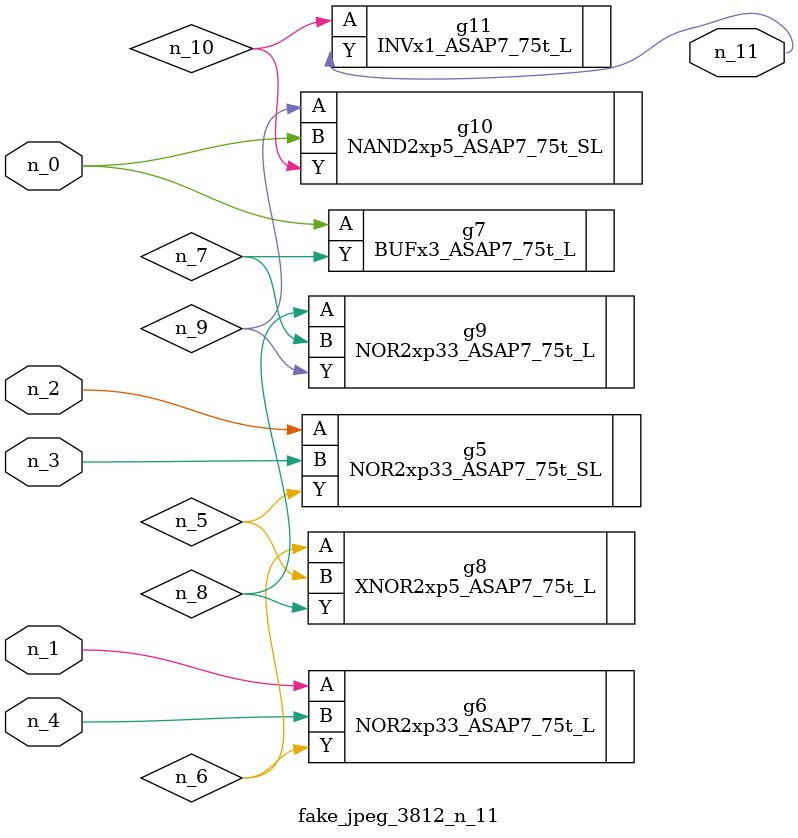
<source format=v>
module fake_jpeg_3812_n_11 (n_3, n_2, n_1, n_0, n_4, n_11);

input n_3;
input n_2;
input n_1;
input n_0;
input n_4;

output n_11;

wire n_10;
wire n_8;
wire n_9;
wire n_6;
wire n_5;
wire n_7;

NOR2xp33_ASAP7_75t_SL g5 ( 
.A(n_2),
.B(n_3),
.Y(n_5)
);

NOR2xp33_ASAP7_75t_L g6 ( 
.A(n_1),
.B(n_4),
.Y(n_6)
);

BUFx3_ASAP7_75t_L g7 ( 
.A(n_0),
.Y(n_7)
);

XNOR2xp5_ASAP7_75t_L g8 ( 
.A(n_6),
.B(n_5),
.Y(n_8)
);

NOR2xp33_ASAP7_75t_L g9 ( 
.A(n_8),
.B(n_7),
.Y(n_9)
);

NAND2xp5_ASAP7_75t_SL g10 ( 
.A(n_9),
.B(n_0),
.Y(n_10)
);

INVx1_ASAP7_75t_L g11 ( 
.A(n_10),
.Y(n_11)
);


endmodule
</source>
